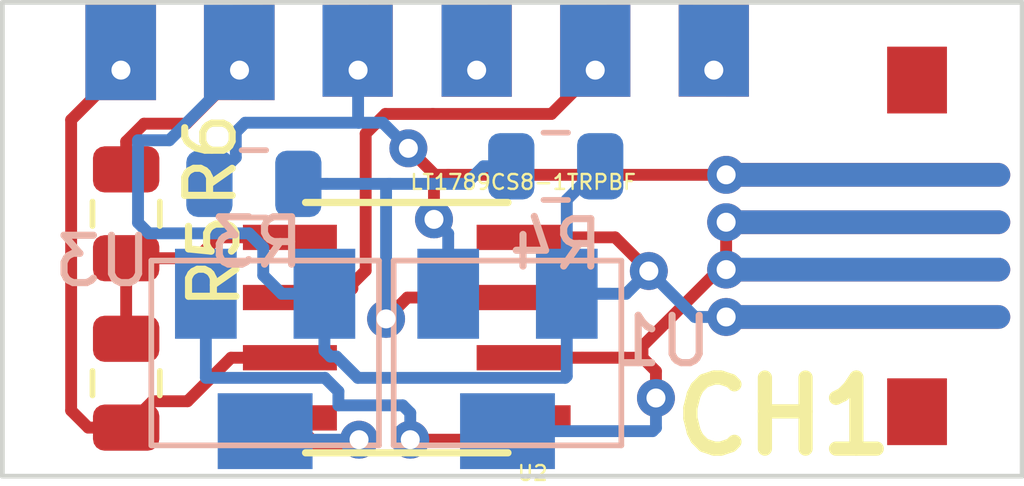
<source format=kicad_pcb>
(kicad_pcb (version 20171130) (host pcbnew "(5.1.0)-1")

  (general
    (thickness 1.6)
    (drawings 43)
    (tracks 141)
    (zones 0)
    (modules 7)
    (nets 10)
  )

  (page A4)
  (layers
    (0 F.Cu signal)
    (31 B.Cu signal)
    (32 B.Adhes user)
    (33 F.Adhes user)
    (34 B.Paste user)
    (35 F.Paste user)
    (36 B.SilkS user)
    (37 F.SilkS user)
    (38 B.Mask user)
    (39 F.Mask user)
    (40 Dwgs.User user)
    (41 Cmts.User user)
    (42 Eco1.User user)
    (43 Eco2.User user)
    (44 Edge.Cuts user)
    (45 Margin user)
    (46 B.CrtYd user)
    (47 F.CrtYd user)
    (48 B.Fab user)
    (49 F.Fab user)
  )

  (setup
    (last_trace_width 0.25)
    (trace_clearance 0.2)
    (zone_clearance 0.508)
    (zone_45_only no)
    (trace_min 0.2)
    (via_size 0.8)
    (via_drill 0.4)
    (via_min_size 0.4)
    (via_min_drill 0.3)
    (uvia_size 0.3)
    (uvia_drill 0.1)
    (uvias_allowed no)
    (uvia_min_size 0.2)
    (uvia_min_drill 0.1)
    (edge_width 0.05)
    (segment_width 0.2)
    (pcb_text_width 0.3)
    (pcb_text_size 1.5 1.5)
    (mod_edge_width 0.12)
    (mod_text_size 1 1)
    (mod_text_width 0.15)
    (pad_size 1.9812 0.5334)
    (pad_drill 0)
    (pad_to_mask_clearance 0.051)
    (solder_mask_min_width 0.25)
    (aux_axis_origin 0 0)
    (visible_elements 7FFFFFFF)
    (pcbplotparams
      (layerselection 0x010fc_ffffffff)
      (usegerberextensions true)
      (usegerberattributes false)
      (usegerberadvancedattributes false)
      (creategerberjobfile false)
      (excludeedgelayer true)
      (linewidth 0.100000)
      (plotframeref false)
      (viasonmask false)
      (mode 1)
      (useauxorigin false)
      (hpglpennumber 1)
      (hpglpenspeed 20)
      (hpglpendiameter 15.000000)
      (psnegative false)
      (psa4output false)
      (plotreference true)
      (plotvalue false)
      (plotinvisibletext false)
      (padsonsilk false)
      (subtractmaskfromsilk false)
      (outputformat 1)
      (mirror false)
      (drillshape 0)
      (scaleselection 1)
      (outputdirectory "gerbers_second/"))
  )

  (net 0 "")
  (net 1 "Net-(U2-Pad8)")
  (net 2 5V)
  (net 3 "Net-(R5-Pad2)")
  (net 4 GND)
  (net 5 "Net-(R3-Pad2)")
  (net 6 "Net-(R1-Pad2)")
  (net 7 "Net-(U2-Pad1)")
  (net 8 1V)
  (net 9 A1)

  (net_class Default "Ceci est la Netclass par défaut."
    (clearance 0.2)
    (trace_width 0.25)
    (via_dia 0.8)
    (via_drill 0.4)
    (uvia_dia 0.3)
    (uvia_drill 0.1)
    (add_net 1V)
    (add_net 5V)
    (add_net A1)
    (add_net GND)
    (add_net "Net-(R1-Pad2)")
    (add_net "Net-(R3-Pad2)")
    (add_net "Net-(R5-Pad2)")
    (add_net "Net-(U2-Pad1)")
    (add_net "Net-(U2-Pad8)")
  )

  (module xMotion:SO-8_S (layer F.Cu) (tedit 0) (tstamp 5D8CE07B)
    (at 138.5262 109.935 180)
    (path /5D8C7368)
    (attr smd)
    (fp_text reference U2 (at -2.6544 -3.0717 180) (layer F.SilkS)
      (effects (font (size 0.314961 0.314961) (thickness 0.05)))
    )
    (fp_text value LT1789CS8-1TRPBF (at -2.4544 3.0717 180) (layer F.SilkS)
      (effects (font (size 0.314961 0.314961) (thickness 0.05)))
    )
    (fp_line (start 2.1336 -2.6416) (end -2.1336 -2.6416) (layer F.SilkS) (width 0.1524))
    (fp_line (start -2.1336 2.6416) (end 2.1336 2.6416) (layer F.SilkS) (width 0.1524))
    (fp_arc (start 0 -2.5019) (end -0.3048 -2.4892) (angle -180) (layer Eco2.User) (width 0.1524))
    (fp_line (start -1.9812 -2.4892) (end -1.9812 2.4892) (layer Eco2.User) (width 0.1524))
    (fp_line (start -0.3048 -2.4892) (end -1.9812 -2.4892) (layer Eco2.User) (width 0.1524))
    (fp_line (start 1.9812 -2.4892) (end -0.3048 -2.4892) (layer Eco2.User) (width 0.1524))
    (fp_line (start 1.9812 2.4892) (end 1.9812 -2.4892) (layer Eco2.User) (width 0.1524))
    (fp_line (start -1.9812 2.4892) (end 1.9812 2.4892) (layer Eco2.User) (width 0.1524))
    (fp_line (start 3.0988 -2.159) (end 1.9812 -2.1336) (layer Eco2.User) (width 0.1524))
    (fp_line (start 3.0988 -1.6764) (end 3.0988 -2.159) (layer Eco2.User) (width 0.1524))
    (fp_line (start 1.9812 -1.6764) (end 3.0988 -1.6764) (layer Eco2.User) (width 0.1524))
    (fp_line (start 1.9812 -2.1336) (end 1.9812 -1.6764) (layer Eco2.User) (width 0.1524))
    (fp_line (start 3.0988 -0.889) (end 1.9812 -0.8636) (layer Eco2.User) (width 0.1524))
    (fp_line (start 3.0988 -0.4064) (end 3.0988 -0.889) (layer Eco2.User) (width 0.1524))
    (fp_line (start 1.9812 -0.4064) (end 3.0988 -0.4064) (layer Eco2.User) (width 0.1524))
    (fp_line (start 1.9812 -0.8636) (end 1.9812 -0.4064) (layer Eco2.User) (width 0.1524))
    (fp_line (start 3.0988 0.381) (end 1.9812 0.4064) (layer Eco2.User) (width 0.1524))
    (fp_line (start 3.0988 0.8636) (end 3.0988 0.381) (layer Eco2.User) (width 0.1524))
    (fp_line (start 1.9812 0.8636) (end 3.0988 0.8636) (layer Eco2.User) (width 0.1524))
    (fp_line (start 1.9812 0.4064) (end 1.9812 0.8636) (layer Eco2.User) (width 0.1524))
    (fp_line (start 3.0988 1.651) (end 1.9812 1.6764) (layer Eco2.User) (width 0.1524))
    (fp_line (start 3.0988 2.1336) (end 3.0988 1.651) (layer Eco2.User) (width 0.1524))
    (fp_line (start 1.9812 2.1336) (end 3.0988 2.1336) (layer Eco2.User) (width 0.1524))
    (fp_line (start 1.9812 1.6764) (end 1.9812 2.1336) (layer Eco2.User) (width 0.1524))
    (fp_line (start -3.0988 2.159) (end -1.9812 2.1336) (layer Eco2.User) (width 0.1524))
    (fp_line (start -3.0988 1.6764) (end -3.0988 2.159) (layer Eco2.User) (width 0.1524))
    (fp_line (start -1.9812 1.6764) (end -3.0988 1.6764) (layer Eco2.User) (width 0.1524))
    (fp_line (start -1.9812 2.1336) (end -1.9812 1.6764) (layer Eco2.User) (width 0.1524))
    (fp_line (start -3.0988 0.889) (end -1.9812 0.8636) (layer Eco2.User) (width 0.1524))
    (fp_line (start -3.0988 0.4064) (end -3.0988 0.889) (layer Eco2.User) (width 0.1524))
    (fp_line (start -1.9812 0.4064) (end -3.0988 0.4064) (layer Eco2.User) (width 0.1524))
    (fp_line (start -1.9812 0.8636) (end -1.9812 0.4064) (layer Eco2.User) (width 0.1524))
    (fp_line (start -3.0988 -0.381) (end -1.9812 -0.4064) (layer Eco2.User) (width 0.1524))
    (fp_line (start -3.0988 -0.8636) (end -3.0988 -0.381) (layer Eco2.User) (width 0.1524))
    (fp_line (start -1.9812 -0.8636) (end -3.0988 -0.8636) (layer Eco2.User) (width 0.1524))
    (fp_line (start -1.9812 -0.4064) (end -1.9812 -0.8636) (layer Eco2.User) (width 0.1524))
    (fp_line (start -3.0988 -1.651) (end -1.9812 -1.6764) (layer Eco2.User) (width 0.1524))
    (fp_line (start -3.0988 -2.1336) (end -3.0988 -1.651) (layer Eco2.User) (width 0.1524))
    (fp_line (start -1.9812 -2.1336) (end -3.0988 -2.1336) (layer Eco2.User) (width 0.1524))
    (fp_line (start -1.9812 -1.6764) (end -1.9812 -2.1336) (layer Eco2.User) (width 0.1524))
    (pad 8 smd rect (at 2.4638 -1.905 180) (size 1.9812 0.5334) (layers F.Cu F.Paste F.Mask)
      (net 1 "Net-(U2-Pad8)"))
    (pad 7 smd rect (at 2.4638 -0.635 180) (size 1.9812 0.5334) (layers F.Cu F.Paste F.Mask)
      (net 2 5V))
    (pad 6 smd rect (at 2.4638 0.635 180) (size 1.9812 0.5334) (layers F.Cu F.Paste F.Mask)
      (net 9 A1))
    (pad 5 smd rect (at 2.4638 1.905 180) (size 1.9812 0.5334) (layers F.Cu F.Paste F.Mask)
      (net 3 "Net-(R5-Pad2)"))
    (pad 4 smd rect (at -2.4638 1.905 180) (size 1.9812 0.5334) (layers F.Cu F.Paste F.Mask)
      (net 4 GND))
    (pad 3 smd rect (at -2.4638 0.635 180) (size 1.9812 0.5334) (layers F.Cu F.Paste F.Mask)
      (net 5 "Net-(R3-Pad2)"))
    (pad 2 smd rect (at -2.4638 -0.635 180) (size 1.9812 0.5334) (layers F.Cu F.Paste F.Mask)
      (net 6 "Net-(R1-Pad2)"))
    (pad 1 smd rect (at -2.4638 -1.905 180) (size 1.9812 0.5334) (layers F.Cu F.Paste F.Mask)
      (net 7 "Net-(U2-Pad1)"))
  )

  (module xMotion:3214W-1-102E (layer B.Cu) (tedit 5D81FF2A) (tstamp 5D8CC99C)
    (at 135.54 112.12 90)
    (path /5D8C7B7F)
    (fp_text reference U3 (at 3.59 -3.43) (layer B.SilkS)
      (effects (font (size 1 1) (thickness 0.15)) (justify mirror))
    )
    (fp_text value 3214W-1-102E (at 5.49 0.82 180) (layer B.Fab)
      (effects (font (size 1 1) (thickness 0.15)) (justify mirror))
    )
    (fp_line (start -0.3 -2.4) (end 3.6 -2.4) (layer B.SilkS) (width 0.12))
    (fp_line (start 3.6 2.4) (end 3.6 -2.4) (layer B.SilkS) (width 0.12))
    (fp_line (start -0.3 -2.4) (end -0.3 2.4) (layer B.SilkS) (width 0.12))
    (fp_line (start -0.3 2.4) (end 3.6 2.4) (layer B.SilkS) (width 0.12))
    (pad 3 smd rect (at 2.9 -1.25 90) (size 1.9 1.3) (layers B.Cu B.Paste B.Mask)
      (net 7 "Net-(U2-Pad1)"))
    (pad 2 smd rect (at 2.9 1.25 90) (size 1.9 1.3) (layers B.Cu B.Paste B.Mask)
      (net 4 GND))
    (pad 1 smd rect (at 0 0 90) (size 1.6 2) (layers B.Cu B.Paste B.Mask)
      (net 1 "Net-(U2-Pad8)"))
  )

  (module Resistor_SMD:R_0805_2012Metric (layer F.Cu) (tedit 5B36C52B) (tstamp 5D8CCC45)
    (at 132.61 107.5325 90)
    (descr "Resistor SMD 0805 (2012 Metric), square (rectangular) end terminal, IPC_7351 nominal, (Body size source: https://docs.google.com/spreadsheets/d/1BsfQQcO9C6DZCsRaXUlFlo91Tg2WpOkGARC1WS5S8t0/edit?usp=sharing), generated with kicad-footprint-generator")
    (tags resistor)
    (path /5D8CAAFC)
    (attr smd)
    (fp_text reference R6 (at 1.1275 1.78 90) (layer F.SilkS)
      (effects (font (size 1 1) (thickness 0.15)))
    )
    (fp_text value 1k (at 0 1.65 90) (layer F.Fab)
      (effects (font (size 1 1) (thickness 0.15)))
    )
    (fp_text user %R (at 0 0 90) (layer F.Fab)
      (effects (font (size 0.5 0.5) (thickness 0.08)))
    )
    (fp_line (start 1.68 0.95) (end -1.68 0.95) (layer F.CrtYd) (width 0.05))
    (fp_line (start 1.68 -0.95) (end 1.68 0.95) (layer F.CrtYd) (width 0.05))
    (fp_line (start -1.68 -0.95) (end 1.68 -0.95) (layer F.CrtYd) (width 0.05))
    (fp_line (start -1.68 0.95) (end -1.68 -0.95) (layer F.CrtYd) (width 0.05))
    (fp_line (start -0.258578 0.71) (end 0.258578 0.71) (layer F.SilkS) (width 0.12))
    (fp_line (start -0.258578 -0.71) (end 0.258578 -0.71) (layer F.SilkS) (width 0.12))
    (fp_line (start 1 0.6) (end -1 0.6) (layer F.Fab) (width 0.1))
    (fp_line (start 1 -0.6) (end 1 0.6) (layer F.Fab) (width 0.1))
    (fp_line (start -1 -0.6) (end 1 -0.6) (layer F.Fab) (width 0.1))
    (fp_line (start -1 0.6) (end -1 -0.6) (layer F.Fab) (width 0.1))
    (pad 2 smd roundrect (at 0.9375 0 90) (size 0.975 1.4) (layers F.Cu F.Paste F.Mask) (roundrect_rratio 0.25)
      (net 4 GND))
    (pad 1 smd roundrect (at -0.9375 0 90) (size 0.975 1.4) (layers F.Cu F.Paste F.Mask) (roundrect_rratio 0.25)
      (net 3 "Net-(R5-Pad2)"))
    (model ${KISYS3DMOD}/Resistor_SMD.3dshapes/R_0805_2012Metric.wrl
      (at (xyz 0 0 0))
      (scale (xyz 1 1 1))
      (rotate (xyz 0 0 0))
    )
  )

  (module Resistor_SMD:R_0805_2012Metric (layer F.Cu) (tedit 5B36C52B) (tstamp 5D8CDD1A)
    (at 132.61 111.1075 90)
    (descr "Resistor SMD 0805 (2012 Metric), square (rectangular) end terminal, IPC_7351 nominal, (Body size source: https://docs.google.com/spreadsheets/d/1BsfQQcO9C6DZCsRaXUlFlo91Tg2WpOkGARC1WS5S8t0/edit?usp=sharing), generated with kicad-footprint-generator")
    (tags resistor)
    (path /5D8CB1F5)
    (attr smd)
    (fp_text reference R5 (at 2.5725 1.86 90) (layer F.SilkS)
      (effects (font (size 1 1) (thickness 0.15)))
    )
    (fp_text value 1k (at 0 1.65 90) (layer F.Fab)
      (effects (font (size 1 1) (thickness 0.15)))
    )
    (fp_text user %R (at 0 0 90) (layer F.Fab)
      (effects (font (size 0.5 0.5) (thickness 0.08)))
    )
    (fp_line (start 1.68 0.95) (end -1.68 0.95) (layer F.CrtYd) (width 0.05))
    (fp_line (start 1.68 -0.95) (end 1.68 0.95) (layer F.CrtYd) (width 0.05))
    (fp_line (start -1.68 -0.95) (end 1.68 -0.95) (layer F.CrtYd) (width 0.05))
    (fp_line (start -1.68 0.95) (end -1.68 -0.95) (layer F.CrtYd) (width 0.05))
    (fp_line (start -0.258578 0.71) (end 0.258578 0.71) (layer F.SilkS) (width 0.12))
    (fp_line (start -0.258578 -0.71) (end 0.258578 -0.71) (layer F.SilkS) (width 0.12))
    (fp_line (start 1 0.6) (end -1 0.6) (layer F.Fab) (width 0.1))
    (fp_line (start 1 -0.6) (end 1 0.6) (layer F.Fab) (width 0.1))
    (fp_line (start -1 -0.6) (end 1 -0.6) (layer F.Fab) (width 0.1))
    (fp_line (start -1 0.6) (end -1 -0.6) (layer F.Fab) (width 0.1))
    (pad 2 smd roundrect (at 0.9375 0 90) (size 0.975 1.4) (layers F.Cu F.Paste F.Mask) (roundrect_rratio 0.25)
      (net 3 "Net-(R5-Pad2)"))
    (pad 1 smd roundrect (at -0.9375 0 90) (size 0.975 1.4) (layers F.Cu F.Paste F.Mask) (roundrect_rratio 0.25)
      (net 2 5V))
    (model ${KISYS3DMOD}/Resistor_SMD.3dshapes/R_0805_2012Metric.wrl
      (at (xyz 0 0 0))
      (scale (xyz 1 1 1))
      (rotate (xyz 0 0 0))
    )
  )

  (module Resistor_SMD:R_0805_2012Metric (layer B.Cu) (tedit 5B36C52B) (tstamp 5D8CCC23)
    (at 141.6675 106.53)
    (descr "Resistor SMD 0805 (2012 Metric), square (rectangular) end terminal, IPC_7351 nominal, (Body size source: https://docs.google.com/spreadsheets/d/1BsfQQcO9C6DZCsRaXUlFlo91Tg2WpOkGARC1WS5S8t0/edit?usp=sharing), generated with kicad-footprint-generator")
    (tags resistor)
    (path /5D8CA15B)
    (attr smd)
    (fp_text reference R4 (at 0 1.65) (layer B.SilkS)
      (effects (font (size 1 1) (thickness 0.15)) (justify mirror))
    )
    (fp_text value 350 (at 0 -1.65) (layer B.Fab)
      (effects (font (size 1 1) (thickness 0.15)) (justify mirror))
    )
    (fp_line (start -1 -0.6) (end -1 0.6) (layer B.Fab) (width 0.1))
    (fp_line (start -1 0.6) (end 1 0.6) (layer B.Fab) (width 0.1))
    (fp_line (start 1 0.6) (end 1 -0.6) (layer B.Fab) (width 0.1))
    (fp_line (start 1 -0.6) (end -1 -0.6) (layer B.Fab) (width 0.1))
    (fp_line (start -0.258578 0.71) (end 0.258578 0.71) (layer B.SilkS) (width 0.12))
    (fp_line (start -0.258578 -0.71) (end 0.258578 -0.71) (layer B.SilkS) (width 0.12))
    (fp_line (start -1.68 -0.95) (end -1.68 0.95) (layer B.CrtYd) (width 0.05))
    (fp_line (start -1.68 0.95) (end 1.68 0.95) (layer B.CrtYd) (width 0.05))
    (fp_line (start 1.68 0.95) (end 1.68 -0.95) (layer B.CrtYd) (width 0.05))
    (fp_line (start 1.68 -0.95) (end -1.68 -0.95) (layer B.CrtYd) (width 0.05))
    (fp_text user %R (at 0 0) (layer B.Fab)
      (effects (font (size 0.5 0.5) (thickness 0.08)) (justify mirror))
    )
    (pad 1 smd roundrect (at -0.9375 0) (size 0.975 1.4) (layers B.Cu B.Paste B.Mask) (roundrect_rratio 0.25)
      (net 5 "Net-(R3-Pad2)"))
    (pad 2 smd roundrect (at 0.9375 0) (size 0.975 1.4) (layers B.Cu B.Paste B.Mask) (roundrect_rratio 0.25)
      (net 4 GND))
    (model ${KISYS3DMOD}/Resistor_SMD.3dshapes/R_0805_2012Metric.wrl
      (at (xyz 0 0 0))
      (scale (xyz 1 1 1))
      (rotate (xyz 0 0 0))
    )
  )

  (module Resistor_SMD:R_0805_2012Metric (layer B.Cu) (tedit 5B36C52B) (tstamp 5D8CCC12)
    (at 135.3025 106.9)
    (descr "Resistor SMD 0805 (2012 Metric), square (rectangular) end terminal, IPC_7351 nominal, (Body size source: https://docs.google.com/spreadsheets/d/1BsfQQcO9C6DZCsRaXUlFlo91Tg2WpOkGARC1WS5S8t0/edit?usp=sharing), generated with kicad-footprint-generator")
    (tags resistor)
    (path /5D8C983F)
    (attr smd)
    (fp_text reference R3 (at 0.0575 1.24) (layer B.SilkS)
      (effects (font (size 1 1) (thickness 0.15)) (justify mirror))
    )
    (fp_text value 350 (at 0 -1.65) (layer B.Fab)
      (effects (font (size 1 1) (thickness 0.15)) (justify mirror))
    )
    (fp_text user %R (at 0 0) (layer B.Fab)
      (effects (font (size 0.5 0.5) (thickness 0.08)) (justify mirror))
    )
    (fp_line (start 1.68 -0.95) (end -1.68 -0.95) (layer B.CrtYd) (width 0.05))
    (fp_line (start 1.68 0.95) (end 1.68 -0.95) (layer B.CrtYd) (width 0.05))
    (fp_line (start -1.68 0.95) (end 1.68 0.95) (layer B.CrtYd) (width 0.05))
    (fp_line (start -1.68 -0.95) (end -1.68 0.95) (layer B.CrtYd) (width 0.05))
    (fp_line (start -0.258578 -0.71) (end 0.258578 -0.71) (layer B.SilkS) (width 0.12))
    (fp_line (start -0.258578 0.71) (end 0.258578 0.71) (layer B.SilkS) (width 0.12))
    (fp_line (start 1 -0.6) (end -1 -0.6) (layer B.Fab) (width 0.1))
    (fp_line (start 1 0.6) (end 1 -0.6) (layer B.Fab) (width 0.1))
    (fp_line (start -1 0.6) (end 1 0.6) (layer B.Fab) (width 0.1))
    (fp_line (start -1 -0.6) (end -1 0.6) (layer B.Fab) (width 0.1))
    (pad 2 smd roundrect (at 0.9375 0) (size 0.975 1.4) (layers B.Cu B.Paste B.Mask) (roundrect_rratio 0.25)
      (net 5 "Net-(R3-Pad2)"))
    (pad 1 smd roundrect (at -0.9375 0) (size 0.975 1.4) (layers B.Cu B.Paste B.Mask) (roundrect_rratio 0.25)
      (net 8 1V))
    (model ${KISYS3DMOD}/Resistor_SMD.3dshapes/R_0805_2012Metric.wrl
      (at (xyz 0 0 0))
      (scale (xyz 1 1 1))
      (rotate (xyz 0 0 0))
    )
  )

  (module xMotion:3214W-1-102E (layer B.Cu) (tedit 5D81FF2A) (tstamp 5D8CD1A7)
    (at 140.65 112.12 90)
    (path /5D8C87CE)
    (fp_text reference U1 (at 1.9 3.28 180) (layer B.SilkS)
      (effects (font (size 1 1) (thickness 0.15)) (justify mirror))
    )
    (fp_text value 3214W-1-102E (at -0.32 4.32) (layer B.Fab)
      (effects (font (size 1 1) (thickness 0.15)) (justify mirror))
    )
    (fp_line (start -0.3 -2.4) (end 3.6 -2.4) (layer B.SilkS) (width 0.12))
    (fp_line (start 3.6 2.4) (end 3.6 -2.4) (layer B.SilkS) (width 0.12))
    (fp_line (start -0.3 -2.4) (end -0.3 2.4) (layer B.SilkS) (width 0.12))
    (fp_line (start -0.3 2.4) (end 3.6 2.4) (layer B.SilkS) (width 0.12))
    (pad 3 smd rect (at 2.9 -1.25 90) (size 1.9 1.3) (layers B.Cu B.Paste B.Mask)
      (net 8 1V))
    (pad 2 smd rect (at 2.9 1.25 90) (size 1.9 1.3) (layers B.Cu B.Paste B.Mask)
      (net 4 GND))
    (pad 1 smd rect (at 0 0 90) (size 1.6 2) (layers B.Cu B.Paste B.Mask)
      (net 6 "Net-(R1-Pad2)"))
  )

  (gr_poly (pts (xy 148.66 104.01) (xy 149.91 104.01) (xy 149.91 105.41) (xy 148.66 105.41)) (layer F.Cu) (width 0.01) (tstamp 5D9C8DFD))
  (gr_poly (pts (xy 148.66 112.41) (xy 149.91 112.41) (xy 149.91 111.01) (xy 148.66 111.01)) (layer F.Cu) (width 0.01) (tstamp 5D9C8DF8))
  (gr_poly (pts (xy 144.26 103.1175) (xy 145.74 103.12) (xy 145.74 105.06) (xy 144.26 105.0575)) (layer B.Cu) (width 0.0001) (tstamp 5D9C8378))
  (gr_poly (pts (xy 144.26 105.06) (xy 145.74 105.06) (xy 145.74 103.12) (xy 144.26 103.12)) (layer F.Cu) (width 0.0001) (tstamp 5D9C834F))
  (gr_poly (pts (xy 141.76 103.12) (xy 143.24 103.12) (xy 143.24 105.0625) (xy 141.76 105.06)) (layer B.Cu) (width 0.0001) (tstamp 5D9C8341))
  (gr_poly (pts (xy 141.76 105.0625) (xy 143.24 105.0625) (xy 143.24 103.12) (xy 141.76 103.1225)) (layer F.Cu) (width 0.0001) (tstamp 5D9C8334))
  (gr_poly (pts (xy 139.26 103.12) (xy 140.74 103.12) (xy 140.74 105.0625) (xy 139.26 105.06)) (layer B.Cu) (width 0.0001) (tstamp 5D9C8325))
  (gr_poly (pts (xy 139.26 105.0625) (xy 140.74 105.0625) (xy 140.74 103.12) (xy 139.26 103.1225)) (layer F.Cu) (width 0.0001) (tstamp 5D9C831E))
  (gr_poly (pts (xy 136.75 103.1225) (xy 138.23 103.12) (xy 138.23 105.0625) (xy 136.75 105.06)) (layer B.Cu) (width 0.0001) (tstamp 5D9C82FB))
  (gr_poly (pts (xy 136.75 105.06) (xy 138.23 105.0625) (xy 138.23 103.12) (xy 136.75 103.1225)) (layer F.Cu) (width 0.0001) (tstamp 5D9C82F6))
  (gr_poly (pts (xy 134.25 103.12) (xy 135.74 103.12) (xy 135.74 105.1325) (xy 134.25 105.1275)) (layer B.Cu) (width 0.0001) (tstamp 5D9C82F0))
  (gr_poly (pts (xy 134.25 105.1325) (xy 135.74 105.1325) (xy 135.74 103.12) (xy 134.25 103.125)) (layer F.Cu) (width 0.0001) (tstamp 5D9C82EA))
  (gr_poly (pts (xy 131.75 103.12) (xy 133.24 103.12) (xy 133.24 105.1325) (xy 131.75 105.1325)) (layer B.Cu) (width 0.0001) (tstamp 5D9C82E3))
  (gr_poly (pts (xy 131.75 105.1325) (xy 133.24 105.1325) (xy 133.24 103.12) (xy 131.75 103.12)) (layer F.Cu) (width 0.0001) (tstamp 5D9C82C1))
  (gr_line (start 145.26 109.71) (end 151 109.71) (layer F.Mask) (width 0.5) (tstamp 5D9C820B))
  (gr_line (start 145.26 109.71) (end 151 109.71) (layer B.Mask) (width 0.5) (tstamp 5D9C8207))
  (gr_line (start 145.26 108.71) (end 151 108.71) (layer B.Mask) (width 0.5) (tstamp 5D9C81E9))
  (gr_line (start 145.26 108.71) (end 151 108.71) (layer F.Mask) (width 0.5) (tstamp 5D9C81D8))
  (gr_line (start 145.26 107.71) (end 151 107.71) (layer F.Mask) (width 0.5) (tstamp 5D9C81BF))
  (gr_line (start 145.26 107.71) (end 151 107.71) (layer B.Mask) (width 0.5) (tstamp 5D9C81A4))
  (gr_line (start 145.26 106.71) (end 151 106.71) (layer B.Mask) (width 0.5) (tstamp 5D9C818A))
  (gr_line (start 145.26 106.71) (end 151 106.71) (layer F.Mask) (width 0.5))
  (gr_poly (pts (xy 148.66 112.41) (xy 149.91 112.41) (xy 149.91 111.01) (xy 148.66 111.01)) (layer B.Mask) (width 0.01) (tstamp 5D9C80EB))
  (gr_poly (pts (xy 148.66 104.01) (xy 149.91 104.01) (xy 149.91 105.41) (xy 148.66 105.41)) (layer F.Mask) (width 0.01) (tstamp 5D9C80D9))
  (gr_text CH1 (at 146.47 111.81) (layer F.SilkS)
    (effects (font (size 1.5 1.5) (thickness 0.3)))
  )
  (gr_poly (pts (xy 144.26 105.06) (xy 145.74 105.06) (xy 145.74 103.12) (xy 144.26 103.12)) (layer F.Mask) (width 0.0001) (tstamp 5D9B52E5))
  (gr_poly (pts (xy 144.26 103.1175) (xy 145.74 103.1175) (xy 145.74 105.06) (xy 144.26 105.0575)) (layer B.Mask) (width 0.0001) (tstamp 5D9B52CC))
  (gr_poly (pts (xy 141.76 105.0625) (xy 143.24 105.0625) (xy 143.24 103.12) (xy 141.76 103.1225)) (layer F.Mask) (width 0.0001) (tstamp 5D9B52C2))
  (gr_poly (pts (xy 141.76 103.12) (xy 143.24 103.12) (xy 143.24 105.0625) (xy 141.76 105.06)) (layer B.Mask) (width 0.0001) (tstamp 5D9B52B2))
  (gr_poly (pts (xy 139.26 105.0625) (xy 140.74 105.0625) (xy 140.74 103.12) (xy 139.26 103.1225)) (layer F.Mask) (width 0.0001) (tstamp 5D9B52A7))
  (gr_poly (pts (xy 139.26 103.12) (xy 140.74 103.12) (xy 140.74 105.0625) (xy 139.26 105.06)) (layer B.Mask) (width 0.0001) (tstamp 5D9B5294))
  (gr_poly (pts (xy 136.75 105.06) (xy 138.23 105.0625) (xy 138.23 103.12) (xy 136.75 103.1225)) (layer F.Mask) (width 0.0001) (tstamp 5D9B5258))
  (gr_poly (pts (xy 136.75 103.12) (xy 138.23 103.12) (xy 138.23 105.0625) (xy 136.75 105.06)) (layer B.Mask) (width 0.0001) (tstamp 5D9B51F6))
  (gr_poly (pts (xy 134.25 105.1325) (xy 135.74 105.1325) (xy 135.74 103.12) (xy 134.25 103.125)) (layer F.Mask) (width 0.0001) (tstamp 5D9B51EA))
  (gr_poly (pts (xy 134.25 103.12) (xy 135.74 103.12) (xy 135.74 105.1325) (xy 134.25 105.1275)) (layer B.Mask) (width 0.0001) (tstamp 5D9B51D3))
  (gr_poly (pts (xy 131.75 105.1325) (xy 133.24 105.1325) (xy 133.24 103.12) (xy 131.75 103.12)) (layer F.Mask) (width 0.0001) (tstamp 5D9B51AD))
  (gr_poly (pts (xy 131.75 103.12) (xy 133.24 103.12) (xy 133.24 105.1325) (xy 131.75 105.1275)) (layer B.Mask) (width 0.0001))
  (gr_poly (pts (xy 148.66 104.01) (xy 149.91 104.01) (xy 149.91 105.41) (xy 148.66 105.41)) (layer B.Mask) (width 0.01) (tstamp 5D92332E))
  (gr_poly (pts (xy 148.66 111.01) (xy 149.91 111.01) (xy 149.91 112.41) (xy 148.66 112.41)) (layer F.Mask) (width 0.01) (tstamp 5D8D1AC6))
  (gr_line (start 130 113.07) (end 130 103.07) (layer Edge.Cuts) (width 0.1))
  (gr_line (start 151.5 113.07) (end 130 113.07) (layer Edge.Cuts) (width 0.1))
  (gr_line (start 151.5 103.07) (end 151.5 113.07) (layer Edge.Cuts) (width 0.1))
  (gr_line (start 130 103.07) (end 151.5 103.07) (layer Edge.Cuts) (width 0.1))

  (via (at 145 104.5) (size 0.8) (drill 0.4) (layers F.Cu B.Cu) (net 0) (tstamp 5D97A11A))
  (via (at 140 104.5) (size 0.8) (drill 0.4) (layers F.Cu B.Cu) (net 0))
  (via (at 137.52 112.3) (size 0.8) (drill 0.4) (layers F.Cu B.Cu) (net 1))
  (segment (start 136.7324 112.51) (end 136.0624 111.84) (width 0.25) (layer F.Cu) (net 1))
  (segment (start 137.49 112.51) (end 136.7324 112.51) (width 0.25) (layer F.Cu) (net 1))
  (segment (start 135.72 112.3) (end 135.54 112.12) (width 0.25) (layer B.Cu) (net 1))
  (segment (start 137.52 112.3) (end 135.72 112.3) (width 0.25) (layer B.Cu) (net 1))
  (via (at 132.5 104.5) (size 0.8) (drill 0.4) (layers F.Cu B.Cu) (net 2))
  (segment (start 136.0624 110.57) (end 136.7863 110.57) (width 0.25) (layer F.Cu) (net 2))
  (segment (start 133.903037 111.488763) (end 134.8218 110.57) (width 0.25) (layer F.Cu) (net 2))
  (segment (start 133.166237 111.488763) (end 133.903037 111.488763) (width 0.25) (layer F.Cu) (net 2))
  (segment (start 132.61 112.045) (end 133.166237 111.488763) (width 0.25) (layer F.Cu) (net 2))
  (segment (start 134.8218 110.57) (end 136.0624 110.57) (width 0.25) (layer F.Cu) (net 2))
  (segment (start 131.45 105.55) (end 132.5 104.5) (width 0.25) (layer F.Cu) (net 2))
  (segment (start 131.45 111.685) (end 131.45 105.55) (width 0.25) (layer F.Cu) (net 2))
  (segment (start 132.61 112.045) (end 131.81 112.045) (width 0.25) (layer F.Cu) (net 2))
  (segment (start 131.81 112.045) (end 131.45 111.685) (width 0.25) (layer F.Cu) (net 2))
  (segment (start 132.61 110.17) (end 132.61 108.47) (width 0.25) (layer F.Cu) (net 3))
  (segment (start 132.61 108.47) (end 134.1 108.47) (width 0.25) (layer F.Cu) (net 3))
  (segment (start 134.54 108.03) (end 136.0624 108.03) (width 0.25) (layer F.Cu) (net 3))
  (segment (start 134.1 108.47) (end 134.54 108.03) (width 0.25) (layer F.Cu) (net 3))
  (via (at 135 104.5) (size 0.8) (drill 0.4) (layers F.Cu B.Cu) (net 4))
  (via (at 143.63 108.74) (size 0.8) (drill 0.4) (layers F.Cu B.Cu) (net 4))
  (segment (start 145.26 109.71) (end 151 109.71) (width 0.5) (layer F.Cu) (net 4) (tstamp 5D8CD0FF))
  (segment (start 140.99 108.03) (end 141.53 108.03) (width 0.25) (layer F.Cu) (net 4))
  (segment (start 140.99 108.03) (end 141.31 108.03) (width 0.25) (layer F.Cu) (net 4))
  (segment (start 145.26 109.71) (end 151 109.71) (width 0.5) (layer B.Cu) (net 4) (tstamp 5D92169E))
  (via (at 145.26 109.71) (size 0.8) (drill 0.4) (layers F.Cu B.Cu) (net 4))
  (segment (start 141.74 109.22) (end 141.49 109.22) (width 0.25) (layer B.Cu) (net 4))
  (segment (start 141.9 109.22) (end 142.8 109.22) (width 0.25) (layer B.Cu) (net 4))
  (segment (start 142.92 108.03) (end 140.99 108.03) (width 0.25) (layer F.Cu) (net 4))
  (segment (start 143.63 108.74) (end 142.92 108.03) (width 0.25) (layer F.Cu) (net 4))
  (segment (start 143.15 109.22) (end 143.63 108.74) (width 0.25) (layer B.Cu) (net 4))
  (segment (start 141.9 109.22) (end 143.15 109.22) (width 0.25) (layer B.Cu) (net 4))
  (segment (start 144.6 109.71) (end 143.63 108.74) (width 0.25) (layer B.Cu) (net 4))
  (segment (start 144.694315 109.71) (end 144.6 109.71) (width 0.25) (layer B.Cu) (net 4))
  (segment (start 145.26 109.71) (end 144.694315 109.71) (width 0.25) (layer B.Cu) (net 4))
  (segment (start 142.095 109.025) (end 141.9 109.22) (width 0.25) (layer B.Cu) (net 4))
  (segment (start 136.79 109.22) (end 136.79 109.25) (width 0.25) (layer B.Cu) (net 4))
  (segment (start 136.914989 110.544989) (end 137.044989 110.544989) (width 0.25) (layer B.Cu) (net 4))
  (segment (start 136.79 109.22) (end 136.79 110.42) (width 0.25) (layer B.Cu) (net 4))
  (segment (start 136.79 110.42) (end 136.914989 110.544989) (width 0.25) (layer B.Cu) (net 4))
  (segment (start 137.494999 110.994999) (end 141.865001 110.994999) (width 0.25) (layer B.Cu) (net 4))
  (segment (start 137.044989 110.544989) (end 137.494999 110.994999) (width 0.25) (layer B.Cu) (net 4))
  (segment (start 141.9 110.96) (end 141.9 109.22) (width 0.25) (layer B.Cu) (net 4))
  (segment (start 141.865001 110.994999) (end 141.9 110.96) (width 0.25) (layer B.Cu) (net 4))
  (segment (start 141.9 107.235) (end 141.9 109.22) (width 0.25) (layer B.Cu) (net 4))
  (segment (start 142.605 106.53) (end 141.9 107.235) (width 0.25) (layer B.Cu) (net 4))
  (segment (start 132.61 106.595) (end 132.61 106.0075) (width 0.25) (layer F.Cu) (net 4))
  (segment (start 134.600001 104.899999) (end 134.600001 104.909999) (width 0.25) (layer F.Cu) (net 4))
  (segment (start 135 104.5) (end 134.600001 104.899999) (width 0.25) (layer F.Cu) (net 4))
  (segment (start 134.600001 104.909999) (end 133.88 105.63) (width 0.25) (layer F.Cu) (net 4))
  (segment (start 132.9875 105.63) (end 132.61 106.0075) (width 0.25) (layer F.Cu) (net 4))
  (segment (start 133.88 105.63) (end 132.9875 105.63) (width 0.25) (layer F.Cu) (net 4))
  (segment (start 133.52 105.98) (end 135 104.5) (width 0.25) (layer B.Cu) (net 4))
  (segment (start 132.86 105.98) (end 133.52 105.98) (width 0.25) (layer B.Cu) (net 4))
  (segment (start 132.86 107.72) (end 132.86 105.98) (width 0.25) (layer B.Cu) (net 4))
  (segment (start 135.89 109.22) (end 135.5 108.83) (width 0.25) (layer B.Cu) (net 4))
  (segment (start 136.79 109.22) (end 135.89 109.22) (width 0.25) (layer B.Cu) (net 4))
  (segment (start 135.5 108.83) (end 135.5 108.244998) (width 0.25) (layer B.Cu) (net 4))
  (segment (start 135.5 108.244998) (end 135.200001 107.944999) (width 0.25) (layer B.Cu) (net 4))
  (segment (start 135.200001 107.944999) (end 133.084999 107.944999) (width 0.25) (layer B.Cu) (net 4))
  (segment (start 133.084999 107.944999) (end 132.86 107.72) (width 0.25) (layer B.Cu) (net 4))
  (via (at 138.09 109.75) (size 0.8) (drill 0.4) (layers F.Cu B.Cu) (net 5))
  (segment (start 141.7139 109.3) (end 140.99 109.3) (width 0.25) (layer F.Cu) (net 5))
  (segment (start 136.24 106.9) (end 136.26 106.88) (width 0.25) (layer B.Cu) (net 5))
  (segment (start 136.8275 106.9) (end 136.24 106.9) (width 0.25) (layer B.Cu) (net 5))
  (segment (start 140.1425 106.53) (end 139.7725 106.9) (width 0.25) (layer B.Cu) (net 5))
  (segment (start 140.73 106.53) (end 140.1425 106.53) (width 0.25) (layer B.Cu) (net 5))
  (segment (start 138.54 109.3) (end 138.09 109.75) (width 0.25) (layer F.Cu) (net 5))
  (segment (start 140.99 109.3) (end 138.54 109.3) (width 0.25) (layer F.Cu) (net 5))
  (segment (start 138.09 106.97) (end 138.16 106.9) (width 0.25) (layer B.Cu) (net 5))
  (segment (start 138.09 109.75) (end 138.09 106.97) (width 0.25) (layer B.Cu) (net 5))
  (segment (start 139.7725 106.9) (end 138.16 106.9) (width 0.25) (layer B.Cu) (net 5))
  (segment (start 138.16 106.9) (end 136.8275 106.9) (width 0.25) (layer B.Cu) (net 5))
  (via (at 143.78 111.42) (size 0.8) (drill 0.4) (layers F.Cu B.Cu) (net 6))
  (segment (start 145.26 108.71) (end 151 108.71) (width 0.5) (layer F.Cu) (net 6) (tstamp 5D8CD0F4))
  (segment (start 145.26 107.71) (end 151 107.71) (width 0.5) (layer F.Cu) (net 6) (tstamp 5D8CD0E5))
  (segment (start 145.26 107.71) (end 151 107.71) (width 0.5) (layer B.Cu) (net 6) (tstamp 5D921695))
  (segment (start 145.26 108.71) (end 151 108.71) (width 0.5) (layer B.Cu) (net 6) (tstamp 5D92169A))
  (via (at 145.26 107.71) (size 0.8) (drill 0.4) (layers F.Cu B.Cu) (net 6))
  (via (at 145.26 108.71) (size 0.8) (drill 0.4) (layers F.Cu B.Cu) (net 6))
  (segment (start 141.065 110.495) (end 140.99 110.57) (width 0.25) (layer F.Cu) (net 6))
  (segment (start 140.99 110.57) (end 142.84 110.57) (width 0.25) (layer F.Cu) (net 6))
  (segment (start 142.2306 110.57) (end 140.99 110.57) (width 0.25) (layer F.Cu) (net 6))
  (segment (start 143.12 110.57) (end 142.2306 110.57) (width 0.25) (layer F.Cu) (net 6))
  (segment (start 143.495685 110.57) (end 142.84 110.57) (width 0.25) (layer F.Cu) (net 6))
  (segment (start 143.78 111.42) (end 143.78 110.854315) (width 0.25) (layer F.Cu) (net 6))
  (segment (start 143.78 112.05) (end 143.78 111.42) (width 0.25) (layer B.Cu) (net 6))
  (segment (start 140.49 112.12) (end 143.71 112.12) (width 0.25) (layer B.Cu) (net 6))
  (segment (start 143.71 112.12) (end 143.78 112.05) (width 0.25) (layer B.Cu) (net 6))
  (segment (start 145.26 107.71) (end 145.26 108.71) (width 0.25) (layer F.Cu) (net 6))
  (segment (start 145.26 108.71) (end 145.11 108.71) (width 0.25) (layer F.Cu) (net 6))
  (segment (start 143.78 110.854315) (end 143.495685 110.57) (width 0.25) (layer F.Cu) (net 6))
  (segment (start 143.495685 110.324315) (end 143.495685 110.57) (width 0.25) (layer F.Cu) (net 6))
  (segment (start 145.11 108.71) (end 143.495685 110.324315) (width 0.25) (layer F.Cu) (net 6))
  (segment (start 134.29 109.22) (end 134.29 109.52) (width 0.25) (layer B.Cu) (net 7))
  (via (at 138.6 112.3) (size 0.8) (drill 0.4) (layers F.Cu B.Cu) (net 7))
  (segment (start 140.53 112.3) (end 140.99 111.84) (width 0.25) (layer F.Cu) (net 7))
  (segment (start 138.6 112.3) (end 140.53 112.3) (width 0.25) (layer F.Cu) (net 7))
  (segment (start 138.440684 111.574999) (end 137.085001 111.574999) (width 0.25) (layer B.Cu) (net 7))
  (segment (start 138.6 112.3) (end 138.6 111.734315) (width 0.25) (layer B.Cu) (net 7))
  (segment (start 138.6 111.734315) (end 138.440684 111.574999) (width 0.25) (layer B.Cu) (net 7))
  (segment (start 137.085001 111.279999) (end 136.800001 110.994999) (width 0.25) (layer B.Cu) (net 7))
  (segment (start 137.085001 111.574999) (end 137.085001 111.279999) (width 0.25) (layer B.Cu) (net 7))
  (segment (start 136.800001 110.994999) (end 134.295001 110.994999) (width 0.25) (layer B.Cu) (net 7))
  (segment (start 134.29 110.989998) (end 134.29 109.22) (width 0.25) (layer B.Cu) (net 7))
  (segment (start 134.295001 110.994999) (end 134.29 110.989998) (width 0.25) (layer B.Cu) (net 7))
  (via (at 137.5 104.5) (size 0.8) (drill 0.4) (layers F.Cu B.Cu) (net 8))
  (via (at 138.56 106.15) (size 0.8) (drill 0.4) (layers F.Cu B.Cu) (net 8))
  (segment (start 145.26 106.71) (end 151 106.71) (width 0.5) (layer B.Cu) (net 8) (tstamp 5D921691))
  (segment (start 145.26 106.71) (end 151 106.71) (width 0.5) (layer F.Cu) (net 8) (tstamp 5D9216A2))
  (via (at 145.26 106.71) (size 0.8) (drill 0.4) (layers F.Cu B.Cu) (net 8))
  (segment (start 139.4 109.22) (end 139.4 108.58) (width 0.25) (layer B.Cu) (net 8))
  (segment (start 138.56 106.15) (end 138.02 105.61) (width 0.25) (layer B.Cu) (net 8))
  (segment (start 134.921237 106.343763) (end 134.921237 105.808763) (width 0.25) (layer B.Cu) (net 8))
  (segment (start 134.365 106.9) (end 134.921237 106.343763) (width 0.25) (layer B.Cu) (net 8))
  (segment (start 134.921237 105.808763) (end 135.12 105.61) (width 0.25) (layer B.Cu) (net 8))
  (segment (start 139.12 106.71) (end 138.56 106.15) (width 0.25) (layer F.Cu) (net 8))
  (segment (start 145.26 106.71) (end 139.4 106.71) (width 0.25) (layer F.Cu) (net 8))
  (segment (start 139.4 106.71) (end 139.12 106.71) (width 0.25) (layer F.Cu) (net 8))
  (segment (start 139.4 107.95) (end 139.1 107.65) (width 0.25) (layer B.Cu) (net 8))
  (segment (start 139.4 109.22) (end 139.4 107.95) (width 0.25) (layer B.Cu) (net 8))
  (segment (start 139.12 106.71) (end 139.1 106.73) (width 0.25) (layer F.Cu) (net 8))
  (via (at 139.1 107.65) (size 0.8) (drill 0.4) (layers F.Cu B.Cu) (net 8))
  (segment (start 139.1 106.73) (end 139.1 107.65) (width 0.25) (layer F.Cu) (net 8))
  (segment (start 137.5 105.6) (end 137.51 105.61) (width 0.25) (layer B.Cu) (net 8))
  (segment (start 137.5 104.5) (end 137.5 105.6) (width 0.25) (layer B.Cu) (net 8))
  (segment (start 135.12 105.61) (end 137.51 105.61) (width 0.25) (layer B.Cu) (net 8))
  (segment (start 137.51 105.61) (end 138.02 105.61) (width 0.25) (layer B.Cu) (net 8))
  (via (at 142.5 104.5) (size 0.8) (drill 0.4) (layers F.Cu B.Cu) (net 9))
  (segment (start 136.7863 109.3) (end 136.0624 109.3) (width 0.25) (layer F.Cu) (net 9))
  (segment (start 138.075001 105.424999) (end 139.075001 105.424999) (width 0.25) (layer F.Cu) (net 9))
  (segment (start 137.19 109.3) (end 137.378001 109.111999) (width 0.25) (layer F.Cu) (net 9))
  (segment (start 136.0624 109.3) (end 137.19 109.3) (width 0.25) (layer F.Cu) (net 9))
  (segment (start 137.378001 109.111999) (end 137.378001 109.011999) (width 0.25) (layer F.Cu) (net 9))
  (segment (start 137.378001 109.011999) (end 137.66 108.73) (width 0.25) (layer F.Cu) (net 9))
  (segment (start 137.66 108.73) (end 137.66 105.84) (width 0.25) (layer F.Cu) (net 9))
  (segment (start 137.66 105.84) (end 138.075001 105.424999) (width 0.25) (layer F.Cu) (net 9))
  (segment (start 141.575001 105.424999) (end 142.5 104.5) (width 0.25) (layer F.Cu) (net 9))
  (segment (start 139.075001 105.424999) (end 141.575001 105.424999) (width 0.25) (layer F.Cu) (net 9))

)

</source>
